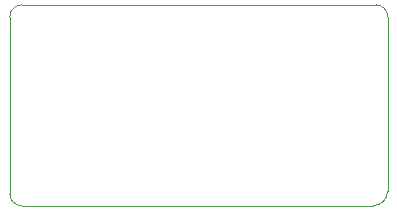
<source format=gbr>
%TF.GenerationSoftware,KiCad,Pcbnew,9.0.0*%
%TF.CreationDate,2025-06-27T23:21:56-04:00*%
%TF.ProjectId,microkey,6d696372-6f6b-4657-992e-6b696361645f,rev?*%
%TF.SameCoordinates,Original*%
%TF.FileFunction,Profile,NP*%
%FSLAX46Y46*%
G04 Gerber Fmt 4.6, Leading zero omitted, Abs format (unit mm)*
G04 Created by KiCad (PCBNEW 9.0.0) date 2025-06-27 23:21:56*
%MOMM*%
%LPD*%
G01*
G04 APERTURE LIST*
%TA.AperFunction,Profile*%
%ADD10C,0.050000*%
%TD*%
G04 APERTURE END LIST*
D10*
X218500000Y-114250000D02*
X218500000Y-99500000D01*
X187500000Y-115500000D02*
X217250000Y-115500000D01*
X186500000Y-99500000D02*
X186500000Y-114500000D01*
X217500000Y-98500000D02*
X187500000Y-98500000D01*
X217500000Y-98500000D02*
G75*
G02*
X218500000Y-99500000I0J-1000000D01*
G01*
X218500000Y-114250000D02*
G75*
G02*
X217250000Y-115500000I-1250000J0D01*
G01*
X187500000Y-115500000D02*
G75*
G02*
X186500000Y-114500000I0J1000000D01*
G01*
X186500000Y-99500000D02*
G75*
G02*
X187500000Y-98500000I1000000J0D01*
G01*
M02*

</source>
